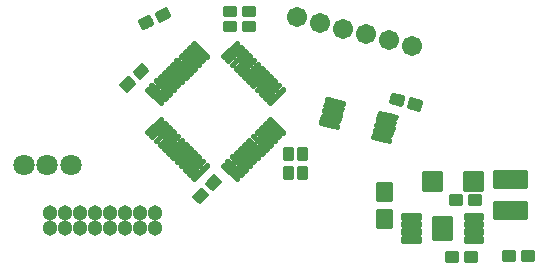
<source format=gts>
*
*
G04 PADS 9.3.1 Build Number: 456998 generated Gerber (RS-274-X) file*
G04 PC Version=2.1*
*
%IN "avago_ssi_rev1.pcb"*%
*
%MOIN*%
*
%FSLAX35Y35*%
*
*
*
*
G04 PC Standard Apertures*
*
*
G04 Thermal Relief Aperture macro.*
%AMTER*
1,1,$1,0,0*
1,0,$1-$2,0,0*
21,0,$3,$4,0,0,45*
21,0,$3,$4,0,0,135*
%
*
*
G04 Annular Aperture macro.*
%AMANN*
1,1,$1,0,0*
1,0,$2,0,0*
%
*
*
G04 Odd Aperture macro.*
%AMODD*
1,1,$1,0,0*
1,0,$1-0.005,0,0*
%
*
*
G04 PC Custom Aperture Macros*
*
*
*
*
*
*
G04 PC Aperture Table*
*
%ADD010C,0.001*%
%ADD020C,0.014*%
%ADD023C,0.016*%
%ADD028C,0.05131*%
%ADD029C,0.012*%
%ADD030C,0.06706*%
%ADD031C,0.01587*%
%ADD032C,0.07099*%
%ADD033C,0.01194*%
%ADD034C,0.01627*%
*
*
*
*
G04 PC Circuitry*
G04 Layer Name avago_ssi_rev1.pcb - circuitry*
%LPD*%
*
*
G04 PC Custom Flashes*
G04 Layer Name avago_ssi_rev1.pcb - flashes*
%LPD*%
*
*
G04 PC Circuitry*
G04 Layer Name avago_ssi_rev1.pcb - circuitry*
%LPD*%
*
G54D10*
G54D20*
G01X132658Y133940D02*
X137058D01*
Y128540*
X132658*
Y133940*
Y129400D02*
X137058D01*
X132658Y130800D02*
X137058D01*
X132658Y132200D02*
X137058D01*
X132658Y133600D02*
X137058D01*
X133600Y128540D02*
Y133940D01*
X135000Y128540D02*
Y133940D01*
X136400Y128540D02*
Y133940D01*
X132658Y142940D02*
X137058D01*
Y137540*
X132658*
Y142940*
Y137800D02*
X137058D01*
X132658Y139200D02*
X137058D01*
X132658Y140600D02*
X137058D01*
X132658Y142000D02*
X137058D01*
X133600Y137540D02*
Y142940D01*
X135000Y137540D02*
Y142940D01*
X136400Y137540D02*
Y142940D01*
G54D23*
X161733Y141124D02*
Y146324D01*
X166933*
Y141124*
X161733*
Y141600D02*
X166933D01*
X161733Y143200D02*
X166933D01*
X161733Y144800D02*
X166933D01*
X162400Y141124D02*
Y146324D01*
X164000Y141124D02*
Y146324D01*
X165600Y141124D02*
Y146324D01*
X148233Y141124D02*
Y146324D01*
X153433*
Y141124*
X148233*
Y141600D02*
X153433D01*
X148233Y143200D02*
X153433D01*
X148233Y144800D02*
X153433D01*
X149600Y141124D02*
Y146324D01*
X151200Y141124D02*
Y146324D01*
X152800Y141124D02*
Y146324D01*
G54D28*
X58530Y133291D03*
Y128291D03*
X53530D03*
Y133291D03*
X48530Y128291D03*
Y133291D03*
X43530Y128291D03*
Y133291D03*
X38530Y128291D03*
Y133291D03*
X33530Y128291D03*
Y133291D03*
X28530Y128291D03*
Y133291D03*
X23530Y128291D03*
Y133291D03*
G54D29*
X77641Y141107D02*
X75802Y142945D01*
X78205Y145350*
X80044Y143513*
X77641Y141107*
X76748Y142000D02*
X78533D01*
X76057Y143200D02*
X79732D01*
X77256Y144400D02*
X79156D01*
X75802Y142945D02*
X75802D01*
X77002Y141746D02*
Y144146D01*
X78202Y141668D02*
Y145347D01*
X79402Y142870D02*
Y144154D01*
X73260Y136721D02*
X71420Y138558D01*
X73823Y140964*
X75663Y139126*
X73260Y136721*
X72780Y137200D02*
X73739D01*
X71579Y138400D02*
X74937D01*
X72461Y139600D02*
X75188D01*
X73660Y140800D02*
X73987D01*
X71420Y138558D02*
X71420D01*
X72620Y137359D02*
Y139759D01*
X73820Y137282D02*
Y140961D01*
X75020Y138483D02*
Y139768D01*
X85206Y196619D02*
Y194019D01*
X81806*
Y196619*
X85206*
X81806Y194800D02*
X85206D01*
X81806Y196000D02*
X85206D01*
X81806Y194019D02*
Y196619D01*
X83006Y194019D02*
Y196619D01*
X84206Y194019D02*
Y196619D01*
X91406D02*
Y194019D01*
X88006*
Y196619*
X91406*
X88006Y194800D02*
X91406D01*
X88006Y196000D02*
X91406D01*
X88006Y194019D02*
Y196619D01*
X89206Y194019D02*
Y196619D01*
X90406Y194019D02*
Y196619D01*
X49638Y178143D02*
X51460Y176288D01*
X49034Y173905*
X47212Y175760*
X49638Y178143*
X48549Y174400D02*
X49538D01*
X47370Y175600D02*
X50759D01*
X48271Y176800D02*
X50957D01*
X49492Y178000D02*
X49778D01*
X47212Y175760D02*
X47212D01*
X48412Y174539D02*
Y176939D01*
X49612Y174473D02*
Y178118D01*
X50812Y175652D02*
Y176947D01*
X54060Y182488D02*
X55882Y180634D01*
X53457Y178251*
X51635Y180105*
X54060Y182488*
X52524Y179200D02*
X54423D01*
X51935Y180400D02*
X55644D01*
X53156Y181600D02*
X54933D01*
X51635Y180105D02*
X51635D01*
X52835Y178884D02*
Y181284D01*
X54035Y178818D02*
Y182463D01*
X55235Y179997D02*
Y181293D01*
X85202Y201627D02*
Y199027D01*
X81802*
Y201627*
X85202*
X81802Y199600D02*
X85202D01*
X81802Y200800D02*
X85202D01*
X81802Y199027D02*
Y201627D01*
X83002Y199027D02*
Y201627D01*
X84202Y199027D02*
Y201627D01*
X91402D02*
Y199027D01*
X88002*
Y201627*
X91402*
X88002Y199600D02*
X91402D01*
X88002Y200800D02*
X91402D01*
X88002Y199027D02*
Y201627D01*
X89202Y199027D02*
Y201627D01*
X90402Y199027D02*
Y201627D01*
X104221Y151061D02*
X101621D01*
Y154461*
X104221*
Y151061*
X101621Y151600D02*
X104221D01*
X101621Y152800D02*
X104221D01*
X101621Y154000D02*
X104221D01*
X102400Y151061D02*
Y154461D01*
X103600Y151061D02*
Y154461D01*
X104221Y144861D02*
X101621D01*
Y148261*
X104221*
Y144861*
X101621Y145600D02*
X104221D01*
X101621Y146800D02*
X104221D01*
X101621Y148000D02*
X104221D01*
X102400Y144861D02*
Y148261D01*
X103600Y144861D02*
Y148261D01*
X108898Y151061D02*
X106298D01*
Y154461*
X108898*
Y151061*
X106298Y151600D02*
X108898D01*
X106298Y152800D02*
X108898D01*
X106298Y154000D02*
X108898D01*
X107200Y151061D02*
Y154461D01*
X108400Y151061D02*
Y154461D01*
X108898Y144861D02*
X106298D01*
Y148261*
X108898*
Y144861*
X106298Y145600D02*
X108898D01*
X106298Y146800D02*
X108898D01*
X106298Y148000D02*
X108898D01*
X107200Y144861D02*
Y148261D01*
X108400Y144861D02*
Y148261D01*
X143203Y168495D02*
X143879Y171006D01*
X147162Y170123*
X146487Y167612*
X143203Y168495*
X143558Y168400D02*
X146699D01*
X143500Y169600D02*
X147021D01*
X143823Y170800D02*
X144645D01*
X144400Y168173D02*
Y170866D01*
X145600Y167851D02*
Y170543D01*
X146800Y168777D02*
Y170221D01*
X137216Y170105D02*
X137891Y172616D01*
X141175Y171733*
X140499Y169222*
X137216Y170105*
X139095Y169600D02*
X140601D01*
X137403Y170800D02*
X140924D01*
X137726Y172000D02*
X140182D01*
X138400Y169787D02*
Y172479D01*
X139600Y169464D02*
Y172156D01*
X140800Y170340D02*
Y171834D01*
X162038Y117231D02*
Y119831D01*
X165438*
Y117231*
X162038*
Y118000D02*
X165438D01*
X162038Y119200D02*
X165438D01*
X162400Y117231D02*
Y119831D01*
X163600Y117231D02*
Y119831D01*
X164800Y117231D02*
Y119831D01*
X155838Y117231D02*
Y119831D01*
X159238*
Y117231*
X155838*
Y118000D02*
X159238D01*
X155838Y119200D02*
X159238D01*
X156400Y117231D02*
Y119831D01*
X157600Y117231D02*
Y119831D01*
X158800Y117231D02*
Y119831D01*
X163254Y136090D02*
Y138690D01*
X166654*
Y136090*
X163254*
Y137200D02*
X166654D01*
X163254Y138400D02*
X166654D01*
X163600Y136090D02*
Y138690D01*
X164800Y136090D02*
Y138690D01*
X166000Y136090D02*
Y138690D01*
X157054Y136090D02*
Y138690D01*
X160454*
Y136090*
X157054*
Y137200D02*
X160454D01*
X157054Y138400D02*
X160454D01*
X157600Y136090D02*
Y138690D01*
X158800Y136090D02*
Y138690D01*
X160000Y136090D02*
Y138690D01*
X54442Y194659D02*
X53359Y197022D01*
X56450Y198439*
X57533Y196075*
X54442Y194659*
X54377Y194800D02*
X54750D01*
X53827Y196000D02*
X57369D01*
X53746Y197200D02*
X57017D01*
X56365Y198400D02*
X56467D01*
X53359Y197022D02*
X53359D01*
X54559Y194712D02*
Y197572D01*
X55759Y195262D02*
Y198122D01*
X56959Y195812D02*
Y197328D01*
X60078Y197242D02*
X58995Y199605D01*
X62086Y201022*
X63169Y198658*
X60078Y197242*
X59547Y198400D02*
X62606D01*
X58997Y199600D02*
X62737D01*
X61603Y200800D02*
X62187D01*
X58995Y199605D02*
X58995D01*
X60195Y197295D02*
Y200155D01*
X61395Y197845D02*
Y200705D01*
X62595Y198395D02*
Y199911D01*
X174830Y117570D02*
Y120170D01*
X178230*
Y117570*
X174830*
Y118000D02*
X178230D01*
X174830Y119200D02*
X178230D01*
X175600Y117570D02*
Y120170D01*
X176800Y117570D02*
Y120170D01*
X178000Y117570D02*
Y120170D01*
X181030Y117570D02*
Y120170D01*
X184430*
Y117570*
X181030*
Y118000D02*
X184430D01*
X181030Y119200D02*
X184430D01*
X181600Y117570D02*
Y120170D01*
X182800Y117570D02*
Y120170D01*
X184000Y117570D02*
Y120170D01*
G54D30*
X105734Y198474D03*
X113373Y196562D03*
X121011Y194650D03*
X128649Y192738D03*
X136288Y190826D03*
X143926Y188914D03*
G54D31*
X156768Y124972D02*
X151453D01*
Y131469*
X156768*
Y124972*
X151453Y125398D02*
X156768D01*
X151453Y126986D02*
X156768D01*
X151453Y128573D02*
X156768D01*
X151453Y130161D02*
X156768D01*
X152384Y124972D02*
Y131469D01*
X153972Y124972D02*
Y131469D01*
X155559Y124972D02*
Y131469D01*
X85914Y144774D02*
X85635Y144495D01*
X81180Y148948*
X81458Y149227*
X85914Y144774*
X84095Y146035D02*
X84652D01*
X82507Y147622D02*
X83064D01*
X81441Y149209D02*
X81476D01*
X81180Y148948D02*
X81180D01*
X82767Y147362D02*
Y147918D01*
X84355Y145775D02*
Y146332D01*
X87305Y146166D02*
X87027Y145888D01*
X82572Y150341*
X82850Y150619*
X87305Y146166*
X86880Y146035D02*
X87174D01*
X85292Y147622D02*
X85848D01*
X83703Y149209D02*
X84260D01*
X82572Y150341D02*
X82572D01*
X84159Y148754D02*
Y149311D01*
X85746Y147167D02*
Y147724D01*
X88697Y147558D02*
X88418Y147280D01*
X83963Y151733*
X84242Y152011*
X88697Y147558*
X88076Y147622D02*
X88633D01*
X86488Y149209D02*
X87045D01*
X84900Y150797D02*
X85457D01*
X83963Y151733D02*
X83963D01*
X85551Y150146D02*
Y150703D01*
X87138Y148560D02*
Y149116D01*
X90088Y148950D02*
X89810Y148672D01*
X85355Y153125*
X85633Y153404*
X90088Y148950*
X89272Y149209D02*
X89829D01*
X87684Y150797D02*
X88241D01*
X86096Y152384D02*
X86653D01*
X85355Y153125D02*
X85355D01*
X86942Y151539D02*
Y152095D01*
X88530Y149952D02*
Y150509D01*
X91480Y150343D02*
X91202Y150064D01*
X86746Y154518*
X87025Y154796*
X91480Y150343*
X90469Y150797D02*
X91026D01*
X88881Y152384D02*
X89438D01*
X87293Y153972D02*
X87849D01*
X86746Y154518D02*
X86746D01*
X88334Y152931D02*
Y153487D01*
X89921Y151344D02*
Y151901D01*
X92872Y151735D02*
X92593Y151457D01*
X88138Y155910*
X88416Y156188*
X92872Y151735*
X91665Y152384D02*
X92222D01*
X90077Y153972D02*
X90634D01*
X88489Y155559D02*
X89046D01*
X88138Y155910D02*
X88138D01*
X89726Y154323D02*
Y154880D01*
X91313Y152736D02*
Y153293D01*
X94263Y153127D02*
X93985Y152849D01*
X89530Y157302*
X89808Y157580*
X94263Y153127*
X92862Y153972D02*
X93419D01*
X91273Y155559D02*
X91830D01*
X89685Y157146D02*
X90242D01*
X89530Y157302D02*
X89530D01*
X91117Y155715D02*
Y156272D01*
X92705Y154129D02*
Y154685D01*
X95655Y154520D02*
X95377Y154241D01*
X90921Y158694*
X91200Y158973*
X95655Y154520*
X94058Y155559D02*
X94615D01*
X92470Y157146D02*
X93027D01*
X90961Y158734D02*
X91439D01*
X90921Y158694D02*
X90921D01*
X92509Y157108D02*
Y157664D01*
X94096Y155521D02*
Y156078D01*
X97047Y155912D02*
X96768Y155633D01*
X92313Y160087*
X92591Y160365*
X97047Y155912*
X95254Y157146D02*
X95811D01*
X93666Y158734D02*
X94223D01*
X92548Y160321D02*
X92635D01*
X92313Y160087D02*
X92313D01*
X93900Y158500D02*
Y159057D01*
X95488Y156913D02*
Y157470D01*
X98438Y157304D02*
X98160Y157026D01*
X93705Y161479*
X93983Y161757*
X98438Y157304*
X98039Y157146D02*
X98281D01*
X96451Y158734D02*
X97008D01*
X94863Y160321D02*
X95420D01*
X93705Y161479D02*
X93705D01*
X95292Y159892D02*
Y160449D01*
X96879Y158305D02*
Y158862D01*
X99830Y158696D02*
X99551Y158418D01*
X95096Y162871*
X95375Y163150*
X99830Y158696*
X99235Y158734D02*
X99792D01*
X97647Y160321D02*
X98204D01*
X96059Y161909D02*
X96616D01*
X95096Y162871D02*
X95096D01*
X96684Y161284D02*
Y161841D01*
X98271Y159698D02*
Y160254D01*
X101221Y160089D02*
X100943Y159810D01*
X96488Y164263*
X96766Y164542*
X101221Y160089*
X100432Y160321D02*
X100989D01*
X98844Y161909D02*
X99400D01*
X97255Y163496D02*
X97812D01*
X96488Y164263D02*
X96488D01*
X98075Y162677D02*
Y163233D01*
X99663Y161090D02*
Y161647D01*
X100940Y174565D02*
X101218Y174286D01*
X96765Y169831*
X96487Y170109*
X100940Y174565*
X96750Y169846D02*
X96780D01*
X97810Y171433D02*
X98366D01*
X99396Y173020D02*
X99953D01*
X96487Y170109D02*
X96487D01*
X98074Y171141D02*
Y171698D01*
X99661Y172729D02*
Y173286D01*
X99547Y175956D02*
X99826Y175678D01*
X95373Y171223*
X95094Y171501*
X99547Y175956*
X95162Y171433D02*
X95583D01*
X96613Y173020D02*
X97170D01*
X98200Y174608D02*
X98756D01*
X95094Y171501D02*
X95094D01*
X96682Y172532D02*
Y173089D01*
X98269Y174120D02*
Y174677D01*
X98155Y177348D02*
X98434Y177070D01*
X93980Y172614*
X93702Y172893*
X98155Y177348*
X93830Y173020D02*
X94386D01*
X95416Y174608D02*
X95973D01*
X97003Y176195D02*
X97560D01*
X93702Y172893D02*
X93702D01*
X95289Y173924D02*
Y174481D01*
X96877Y175512D02*
Y176069D01*
X96763Y178740D02*
X97041Y178461D01*
X92588Y174006*
X92310Y174284*
X96763Y178740*
X92633Y174608D02*
X93190D01*
X94220Y176195D02*
X94776D01*
X95807Y177783D02*
X96363D01*
X92310Y174284D02*
X92310D01*
X93897Y175316D02*
Y175872D01*
X95485Y176904D02*
Y177461D01*
X95371Y180131D02*
X95649Y179853D01*
X91196Y175398*
X90918Y175676*
X95371Y180131*
X91437Y176195D02*
X91993D01*
X93023Y177783D02*
X93580D01*
X94610Y179370D02*
X95167D01*
X90918Y175676D02*
X90918D01*
X92505Y176707D02*
Y177264D01*
X94092Y178295D02*
Y178852D01*
X93978Y181523D02*
X94257Y181245D01*
X89804Y176789*
X89525Y177068*
X93978Y181523*
X90240Y177783D02*
X90797D01*
X91827Y179370D02*
X92383D01*
X93413Y180957D02*
X93970D01*
X89525Y177068D02*
X89525D01*
X91113Y178099D02*
Y178656D01*
X92700Y179687D02*
Y180244D01*
X92586Y182914D02*
X92865Y182636D01*
X88411Y178181*
X88133Y178459*
X92586Y182914*
X89043Y179370D02*
X89600D01*
X90630Y180957D02*
X91187D01*
X92217Y182545D02*
X92773D01*
X88133Y178459D02*
X88133D01*
X89720Y179490D02*
Y180047D01*
X91308Y181079D02*
Y181635D01*
X91194Y184306D02*
X91472Y184028D01*
X87019Y179573*
X86741Y179851*
X91194Y184306*
X87847Y180957D02*
X88404D01*
X89434Y182545D02*
X89990D01*
X91020Y184132D02*
X91368D01*
X86741Y179851D02*
X86741D01*
X88328Y180882D02*
Y181439D01*
X89916Y182470D02*
Y183027D01*
X89802Y185698D02*
X90080Y185419D01*
X85627Y180964*
X85348Y181242*
X89802Y185698*
X86650Y182545D02*
X87207D01*
X88237Y184132D02*
X88794D01*
X85348Y181242D02*
X85348D01*
X86936Y182274D02*
Y182831D01*
X88523Y183862D02*
Y184419D01*
X88409Y187089D02*
X88688Y186811D01*
X84235Y182356*
X83956Y182634*
X88409Y187089*
X84045Y182545D02*
X84424D01*
X85454Y184132D02*
X86010D01*
X87040Y185720D02*
X87597D01*
X83956Y182634D02*
X83956D01*
X85544Y183665D02*
Y184222D01*
X87131Y185253D02*
Y185810D01*
X87017Y188481D02*
X87296Y188203D01*
X82842Y183747*
X82564Y184026*
X87017Y188481*
X82670Y184132D02*
X83227D01*
X84257Y185720D02*
X84814D01*
X85844Y187307D02*
X86400D01*
X82564Y184026D02*
X82564D01*
X84151Y185057D02*
Y185614D01*
X85739Y186645D02*
Y187202D01*
X85625Y189873D02*
X85903Y189594D01*
X81450Y185139*
X81172Y185417*
X85625Y189873*
X81474Y185720D02*
X82031D01*
X83061Y187307D02*
X83617D01*
X84647Y188894D02*
X85204D01*
X81172Y185417D02*
X81172D01*
X82759Y186449D02*
Y187005D01*
X84347Y188037D02*
Y188594D01*
X75882Y185416D02*
X75604Y185138D01*
X71149Y189591*
X71427Y189869*
X75882Y185416*
X75022Y185720D02*
X75579D01*
X73434Y187307D02*
X73991D01*
X71846Y188894D02*
X72402D01*
X71149Y189591D02*
X71149D01*
X72736Y188004D02*
Y188561D01*
X74324Y186418D02*
Y186974D01*
X74491Y184024D02*
X74212Y183745D01*
X69757Y188199*
X70035Y188477*
X74491Y184024*
X73825Y184132D02*
X74382D01*
X72237Y185720D02*
X72794D01*
X70649Y187307D02*
X71206D01*
X69757Y188199D02*
X69757D01*
X71345Y186612D02*
Y187169D01*
X72932Y185025D02*
Y185582D01*
X73099Y182632D02*
X72821Y182353D01*
X68366Y186806*
X68644Y187085*
X73099Y182632*
X72629Y182545D02*
X73012D01*
X71041Y184132D02*
X71598D01*
X69453Y185720D02*
X70010D01*
X68366Y186806D02*
X68366D01*
X69953Y185220D02*
Y185776D01*
X71540Y183633D02*
Y184190D01*
X71707Y181239D02*
X71429Y180961D01*
X66974Y185414*
X67252Y185693*
X71707Y181239*
X69844Y182545D02*
X70401D01*
X68256Y184132D02*
X68813D01*
X66974Y185414D02*
X66974D01*
X68561Y183827D02*
Y184384D01*
X70149Y182241D02*
Y182797D01*
X70316Y179847D02*
X70037Y179569D01*
X65582Y184022*
X65861Y184300*
X70316Y179847*
X68648Y180957D02*
X69205D01*
X67060Y182545D02*
X67617D01*
X65693Y184132D02*
X66029D01*
X65582Y184022D02*
X65582D01*
X67170Y182435D02*
Y182992D01*
X68757Y180849D02*
Y181405D01*
X68924Y178455D02*
X68646Y178176D01*
X64191Y182630*
X64469Y182908*
X68924Y178455*
X67452Y179370D02*
X68009D01*
X65864Y180957D02*
X66420D01*
X64275Y182545D02*
X64832D01*
X64191Y182630D02*
X64191D01*
X65778Y181043D02*
Y181600D01*
X67365Y179456D02*
Y180013D01*
X67533Y177063D02*
X67254Y176784D01*
X62799Y181237*
X63077Y181516*
X67533Y177063*
X66255Y177783D02*
X66812D01*
X64667Y179370D02*
X65224D01*
X63079Y180957D02*
X63636D01*
X62799Y181237D02*
X62799D01*
X64386Y179651D02*
Y180207D01*
X65974Y178064D02*
Y178621D01*
X66141Y175670D02*
X65863Y175392D01*
X61407Y179845*
X61686Y180124*
X66141Y175670*
X65059Y176195D02*
X65616D01*
X63471Y177783D02*
X64028D01*
X61883Y179370D02*
X62440D01*
X61407Y179845D02*
X61407D01*
X62995Y178258D02*
Y178815D01*
X64582Y176672D02*
Y177228D01*
X64749Y174278D02*
X64471Y174000D01*
X60016Y178453*
X60294Y178731*
X64749Y174278*
X63862Y174608D02*
X64419D01*
X62274Y176195D02*
X62831D01*
X60686Y177783D02*
X61243D01*
X60016Y178453D02*
X60016D01*
X61603Y176866D02*
Y177423D01*
X63191Y175279D02*
Y175836D01*
X63358Y172886D02*
X63079Y172607D01*
X58624Y177061*
X58902Y177339*
X63358Y172886*
X62666Y173020D02*
X63223D01*
X61078Y174608D02*
X61635D01*
X59490Y176195D02*
X60047D01*
X58624Y177061D02*
X58624D01*
X60212Y175474D02*
Y176031D01*
X61799Y173887D02*
Y174444D01*
X61966Y171494D02*
X61688Y171215D01*
X57233Y175668*
X57511Y175947*
X61966Y171494*
X61470Y171433D02*
X61906D01*
X59882Y173020D02*
X60438D01*
X58293Y174608D02*
X58850D01*
X57233Y175668D02*
X57233D01*
X58820Y174082D02*
Y174638D01*
X60407Y172495D02*
Y173052D01*
X60574Y170101D02*
X60296Y169823D01*
X55841Y174276*
X56119Y174555*
X60574Y170101*
X60273Y169846D02*
X60319D01*
X58685Y171433D02*
X59242D01*
X57097Y173020D02*
X57654D01*
X55841Y174276D02*
X55841D01*
X57428Y172689D02*
Y173246D01*
X59016Y171103D02*
Y171659D01*
X60297Y164533D02*
X60576Y164255D01*
X56123Y159800*
X55844Y160078*
X60297Y164533*
X56087Y160321D02*
X56644D01*
X57674Y161909D02*
X58230D01*
X59260Y163496D02*
X59817D01*
X55844Y160078D02*
X55844D01*
X57432Y161109D02*
Y161666D01*
X59019Y162698D02*
Y163255D01*
X61690Y163142D02*
X61968Y162864D01*
X57515Y158408*
X57236Y158687*
X61690Y163142*
X57284Y158734D02*
X57840D01*
X58870Y160321D02*
X59427D01*
X60457Y161909D02*
X61014D01*
X57236Y158687D02*
X57236D01*
X58824Y159718D02*
Y160275D01*
X60411Y161306D02*
Y161863D01*
X63082Y161750D02*
X63360Y161472D01*
X58907Y157017*
X58629Y157295*
X63082Y161750*
X58777Y157146D02*
X59037D01*
X60067Y158734D02*
X60623D01*
X61653Y160321D02*
X62210D01*
X58629Y157295D02*
X58629D01*
X60216Y158326D02*
Y158883D01*
X61803Y159914D02*
Y160471D01*
X64474Y160359D02*
X64753Y160080D01*
X60299Y155625*
X60021Y155903*
X64474Y160359*
X61263Y157146D02*
X61820D01*
X62850Y158734D02*
X63407D01*
X64437Y160321D02*
X64511D01*
X60021Y155903D02*
X60021D01*
X61608Y156935D02*
Y157492D01*
X63196Y158523D02*
Y159080D01*
X65866Y158967D02*
X66145Y158689D01*
X61692Y154233*
X61413Y154512*
X65866Y158967*
X62460Y155559D02*
X63017D01*
X64047Y157146D02*
X64603D01*
X65633Y158734D02*
X66100D01*
X61413Y154512D02*
X61413D01*
X63001Y155543D02*
Y156100D01*
X64588Y157131D02*
Y157688D01*
X67259Y157575D02*
X67537Y157297D01*
X63084Y152842*
X62805Y153120*
X67259Y157575*
X63657Y153972D02*
X64213D01*
X65243Y155559D02*
X65800D01*
X66830Y157146D02*
X67387D01*
X62805Y153120D02*
X62805D01*
X64393Y154151D02*
Y154708D01*
X65980Y155739D02*
Y156296D01*
X68651Y156184D02*
X68929Y155905D01*
X64476Y151450*
X64198Y151729*
X68651Y156184*
X64853Y152384D02*
X65410D01*
X66440Y153972D02*
X66996D01*
X68026Y155559D02*
X68583D01*
X64198Y151729D02*
X64198D01*
X65785Y152760D02*
Y153317D01*
X67372Y154348D02*
Y154905D01*
X70043Y154792D02*
X70322Y154514D01*
X65868Y150059*
X65590Y150337*
X70043Y154792*
X66050Y150797D02*
X66606D01*
X67636Y152384D02*
X68193D01*
X69223Y153972D02*
X69780D01*
X65590Y150337D02*
X65590D01*
X67177Y151368D02*
Y151925D01*
X68765Y152956D02*
Y153513D01*
X71435Y153400D02*
X71714Y153122D01*
X67261Y148667*
X66982Y148945*
X71435Y153400*
X67246Y149209D02*
X67803D01*
X68833Y150797D02*
X69390D01*
X70420Y152384D02*
X70976D01*
X66982Y148945D02*
X66982D01*
X68570Y149976D02*
Y150533D01*
X70157Y151565D02*
Y152121D01*
X72828Y152009D02*
X73106Y151731D01*
X68653Y147275*
X68374Y147554*
X72828Y152009*
X68443Y147622D02*
X68999D01*
X70029Y149209D02*
X70586D01*
X71616Y150797D02*
X72173D01*
X68374Y147554D02*
X68374D01*
X69962Y148585D02*
Y149142D01*
X71549Y150173D02*
Y150730D01*
X74220Y150617D02*
X74498Y150339D01*
X70045Y145884*
X69767Y146162*
X74220Y150617*
X69894Y146035D02*
X70196D01*
X71226Y147622D02*
X71783D01*
X72813Y149209D02*
X73369D01*
X69767Y146162D02*
X69767D01*
X71354Y147193D02*
Y147750D01*
X72941Y148781D02*
Y149338D01*
X75612Y149226D02*
X75891Y148947D01*
X71437Y144492*
X71159Y144770*
X75612Y149226*
X72423Y146035D02*
X72979D01*
X74009Y147622D02*
X74566D01*
X75596Y149209D02*
X75628D01*
X71159Y144770D02*
X71159D01*
X72746Y145802D02*
Y146358D01*
X74334Y147390D02*
Y147947D01*
G54D32*
X30400Y149000D03*
X22526D03*
X14652D03*
G54D33*
X115709Y170559D02*
X115913Y171320D01*
X121541Y169808*
X121336Y169048*
X115709Y170559*
X120641Y169235D02*
X121387D01*
X116196Y170428D02*
X119232D01*
X116712Y170290D02*
Y171105D01*
X117906Y169969D02*
Y170785D01*
X119099Y169649D02*
Y170464D01*
X120293Y169328D02*
Y170143D01*
X121487Y169607D02*
Y169823D01*
X115198Y168658D02*
X115403Y169418D01*
X121030Y167907*
X120826Y167147*
X115198Y168658*
X117496Y168041D02*
X120532D01*
X115353Y169235D02*
X116087D01*
X115518Y168572D02*
Y169387D01*
X116712Y168252D02*
Y169067D01*
X117906Y167931D02*
Y168746D01*
X119099Y167610D02*
Y168426D01*
X120293Y167290D02*
Y168105D01*
X114688Y166757D02*
X114892Y167517D01*
X120520Y166006*
X120315Y165246*
X114688Y166757*
X118796Y165654D02*
X120425D01*
X114712Y166847D02*
X117387D01*
X115518Y166534D02*
Y167349D01*
X116712Y166213D02*
Y167029D01*
X117906Y165893D02*
Y166708D01*
X119099Y165572D02*
Y166388D01*
X120293Y165252D02*
Y166067D01*
X114177Y164856D02*
X114382Y165616D01*
X120009Y164105*
X119805Y163345*
X114177Y164856*
X115651Y164460D02*
X118688D01*
X114324Y164816D02*
Y165403D01*
X115518Y164496D02*
Y165311D01*
X116712Y164175D02*
Y164990D01*
X117906Y163855D02*
Y164670D01*
X119099Y163534D02*
Y164349D01*
X113667Y162954D02*
X113871Y163715D01*
X119499Y162204*
X119294Y161443*
X113667Y162954*
X116952Y162072D02*
X119463D01*
X113751Y163266D02*
X115542D01*
X114324Y162778D02*
Y163593D01*
X115518Y162457D02*
Y163273D01*
X116712Y162137D02*
Y162952D01*
X117906Y161816D02*
Y162632D01*
X119099Y161496D02*
Y162311D01*
X131081Y158278D02*
X131286Y159039D01*
X136913Y157528*
X136709Y156767*
X131081Y158278*
X134733Y157298D02*
X136851D01*
X131139Y158491D02*
X133324D01*
X132230Y157970D02*
Y158785D01*
X133424Y157649D02*
Y158465D01*
X134617Y157329D02*
Y158144D01*
X135811Y157008D02*
Y157823D01*
X131592Y160179D02*
X131796Y160940D01*
X137424Y159429*
X137219Y158668*
X131592Y160179*
X133433Y159685D02*
X136469D01*
X131780Y160879D02*
X132024D01*
X132230Y160008D02*
Y160823D01*
X133424Y159687D02*
Y160503D01*
X134617Y159367D02*
Y160182D01*
X135811Y159046D02*
Y159862D01*
X137005Y158726D02*
Y159541D01*
X132102Y162080D02*
X132307Y162841D01*
X137934Y161330*
X137730Y160569*
X132102Y162080*
X136578Y160879D02*
X137813D01*
X132132Y162072D02*
X135169D01*
X132230Y162046D02*
Y162555D01*
X133424Y161726D02*
Y162541D01*
X134617Y161405D02*
Y162220D01*
X135811Y161085D02*
Y161900D01*
X137005Y160764D02*
Y161579D01*
X132613Y163982D02*
X132817Y164742D01*
X138445Y163231*
X138240Y162471*
X132613Y163982*
X135277Y163266D02*
X138314D01*
X132741Y164460D02*
X133868D01*
X133424Y163764D02*
Y164579D01*
X134617Y163443D02*
Y164259D01*
X135811Y163123D02*
Y163938D01*
X137005Y162802D02*
Y163618D01*
X138198Y162482D02*
Y163297D01*
X133124Y165883D02*
X133328Y166643D01*
X138955Y165132*
X138751Y164372*
X133124Y165883*
X138423Y164460D02*
X138775D01*
X133977Y165654D02*
X137013D01*
X133424Y165802D02*
Y166617D01*
X134617Y165482D02*
Y166297D01*
X135811Y165161D02*
Y165976D01*
X137005Y164841D02*
Y165656D01*
X138198Y164520D02*
Y165335D01*
G54D34*
X141157Y131646D02*
Y132472D01*
X146276*
Y131646*
X141157*
X142296D02*
Y132472D01*
X143923Y131646D02*
Y132472D01*
X145550Y131646D02*
Y132472D01*
X141157Y129087D02*
Y129913D01*
X146276*
Y129087*
X141157*
Y129282D02*
X146276D01*
X142296Y129087D02*
Y129913D01*
X143923Y129087D02*
Y129913D01*
X145550Y129087D02*
Y129913D01*
X141157Y126528D02*
Y127354D01*
X146276*
Y126528*
X141157*
X142296D02*
Y127354D01*
X143923Y126528D02*
Y127354D01*
X145550Y126528D02*
Y127354D01*
X141157Y123969D02*
Y124795D01*
X146276*
Y123969*
X141157*
Y124402D02*
X146276D01*
X142296Y123969D02*
Y124795D01*
X143923Y123969D02*
Y124795D01*
X145550Y123969D02*
Y124795D01*
X161945Y123969D02*
Y124795D01*
X167063*
Y123969*
X161945*
Y124402D02*
X167063D01*
X163444Y123969D02*
Y124795D01*
X165071Y123969D02*
Y124795D01*
X166698Y123969D02*
Y124795D01*
X161945Y126528D02*
Y127354D01*
X167063*
Y126528*
X161945*
X163444D02*
Y127354D01*
X165071Y126528D02*
Y127354D01*
X166698Y126528D02*
Y127354D01*
X161945Y129087D02*
Y129913D01*
X167063*
Y129087*
X161945*
Y129282D02*
X167063D01*
X163444Y129087D02*
Y129913D01*
X165071Y129087D02*
Y129913D01*
X166698Y129087D02*
Y129913D01*
X161945Y131646D02*
Y132472D01*
X167063*
Y131646*
X161945*
X163444D02*
Y132472D01*
X165071Y131646D02*
Y132472D01*
X166698Y131646D02*
Y132472D01*
X181638Y136520D02*
Y131795D01*
X171795*
Y136520*
X181638*
X171795Y132535D02*
X181638D01*
X171795Y134162D02*
X181638D01*
X171795Y135789D02*
X181638D01*
X173205Y131795D02*
Y136520D01*
X174831Y131795D02*
Y136520D01*
X176458Y131795D02*
Y136520D01*
X178085Y131795D02*
Y136520D01*
X179712Y131795D02*
Y136520D01*
X181339Y131795D02*
Y136520D01*
X181638Y146756D02*
Y142031D01*
X171795*
Y146756*
X181638*
X171795Y142296D02*
X181638D01*
X171795Y143923D02*
X181638D01*
X171795Y145550D02*
X181638D01*
X173205Y142031D02*
Y146756D01*
X174831Y142031D02*
Y146756D01*
X176458Y142031D02*
Y146756D01*
X178085Y142031D02*
Y146756D01*
X179712Y142031D02*
Y146756D01*
X181339Y142031D02*
Y146756D01*
X0Y0D02*
M02*

</source>
